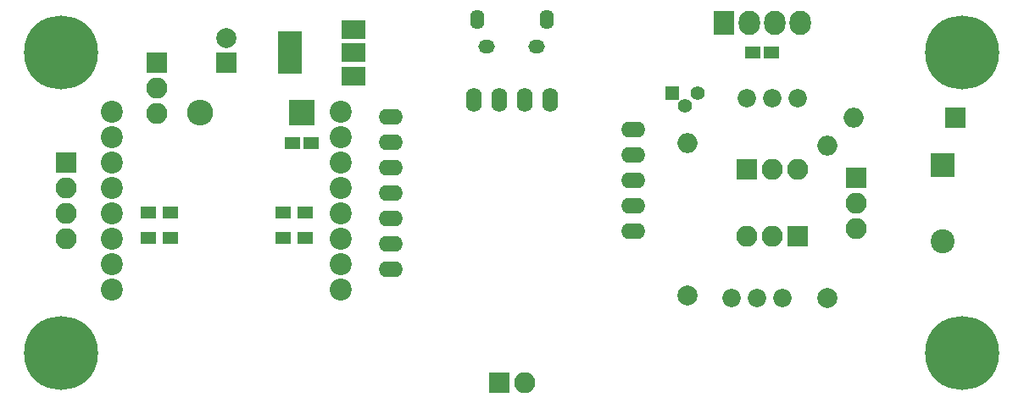
<source format=gbs>
G04 #@! TF.FileFunction,Soldermask,Bot*
%FSLAX46Y46*%
G04 Gerber Fmt 4.6, Leading zero omitted, Abs format (unit mm)*
G04 Created by KiCad (PCBNEW 4.0.7) date 08/13/18 20:02:33*
%MOMM*%
%LPD*%
G01*
G04 APERTURE LIST*
%ADD10C,0.100000*%
%ADD11R,2.400000X2.400000*%
%ADD12C,2.400000*%
%ADD13R,1.600000X1.150000*%
%ADD14R,2.000000X2.000000*%
%ADD15C,2.000000*%
%ADD16O,2.000000X2.000000*%
%ADD17C,7.400000*%
%ADD18O,1.650000X1.350000*%
%ADD19O,1.400000X1.950000*%
%ADD20R,2.100000X2.100000*%
%ADD21O,2.100000X2.100000*%
%ADD22C,1.400000*%
%ADD23R,1.400000X1.400000*%
%ADD24R,1.600000X1.300000*%
%ADD25C,1.840000*%
%ADD26R,2.127200X2.432000*%
%ADD27O,2.127200X2.432000*%
%ADD28R,2.400000X4.200000*%
%ADD29R,2.400000X1.900000*%
%ADD30C,2.200000*%
%ADD31O,2.400000X1.600000*%
%ADD32O,1.600000X2.400000*%
%ADD33R,2.600000X2.600000*%
%ADD34O,2.600000X2.600000*%
G04 APERTURE END LIST*
D10*
D11*
X93000000Y-16250000D03*
D12*
X93000000Y-23850000D03*
D13*
X74050000Y-5000000D03*
X75950000Y-5000000D03*
X28050000Y-14000000D03*
X29950000Y-14000000D03*
D14*
X21500000Y-6000000D03*
D15*
X21500000Y-3500000D03*
D14*
X94250000Y-11500000D03*
D16*
X84090000Y-11500000D03*
D17*
X5000000Y-5000000D03*
X5000000Y-35000000D03*
X95000000Y-5000000D03*
X95000000Y-35000000D03*
D18*
X52500000Y-4350000D03*
X47500000Y-4350000D03*
D19*
X53500000Y-1650000D03*
X46500000Y-1650000D03*
D20*
X14500000Y-6000000D03*
D21*
X14500000Y-8540000D03*
X14500000Y-11080000D03*
D22*
X67270000Y-10270000D03*
X68540000Y-9000000D03*
D23*
X66000000Y-9000000D03*
D20*
X48750000Y-38000000D03*
D21*
X51290000Y-38000000D03*
D15*
X67500000Y-29250000D03*
D16*
X67500000Y-14010000D03*
D15*
X81500000Y-29500000D03*
D16*
X81500000Y-14260000D03*
D24*
X15850000Y-21000000D03*
X13650000Y-21000000D03*
X15850000Y-23500000D03*
X13650000Y-23500000D03*
X27150000Y-23500000D03*
X29350000Y-23500000D03*
X27150000Y-21000000D03*
X29350000Y-21000000D03*
D25*
X78500000Y-9500000D03*
X75960000Y-9500000D03*
X73420000Y-9500000D03*
X77000000Y-29500000D03*
X74460000Y-29500000D03*
X71920000Y-29500000D03*
D26*
X71190000Y-2000000D03*
D27*
X73730000Y-2000000D03*
X76270000Y-2000000D03*
X78810000Y-2000000D03*
D28*
X27850000Y-5000000D03*
D29*
X34150000Y-5000000D03*
X34150000Y-7300000D03*
X34150000Y-2700000D03*
D20*
X5500000Y-16000000D03*
D21*
X5500000Y-18540000D03*
X5500000Y-21080000D03*
X5500000Y-23620000D03*
D20*
X84364000Y-17460000D03*
D21*
X84364000Y-20000000D03*
X84364000Y-22540000D03*
D20*
X73460000Y-16636000D03*
D21*
X76000000Y-16636000D03*
X78540000Y-16636000D03*
D20*
X78540000Y-23364000D03*
D21*
X76000000Y-23364000D03*
X73460000Y-23364000D03*
D30*
X32930000Y-28660000D03*
X32930000Y-26120000D03*
X32930000Y-23580000D03*
X32930000Y-21040000D03*
X32930000Y-18500000D03*
X32930000Y-15960000D03*
X32930000Y-13420000D03*
X32930000Y-10880000D03*
X10070000Y-10880000D03*
X10070000Y-13420000D03*
X10070000Y-15960000D03*
X10070000Y-18500000D03*
X10070000Y-21040000D03*
X10070000Y-23580000D03*
X10070000Y-26120000D03*
X10070000Y-28660000D03*
D31*
X37866000Y-11380000D03*
X37866000Y-13920000D03*
X62134000Y-12650000D03*
X37866000Y-16460000D03*
X62134000Y-15190000D03*
X37866000Y-19000000D03*
X62134000Y-17730000D03*
X37866000Y-21540000D03*
X62134000Y-20270000D03*
X37866000Y-24080000D03*
X62134000Y-22810000D03*
X37866000Y-26620000D03*
D32*
X46190000Y-9713000D03*
X48730000Y-9713000D03*
X51270000Y-9713000D03*
X53810000Y-9713000D03*
D33*
X29000000Y-11000000D03*
D34*
X18840000Y-11000000D03*
M02*

</source>
